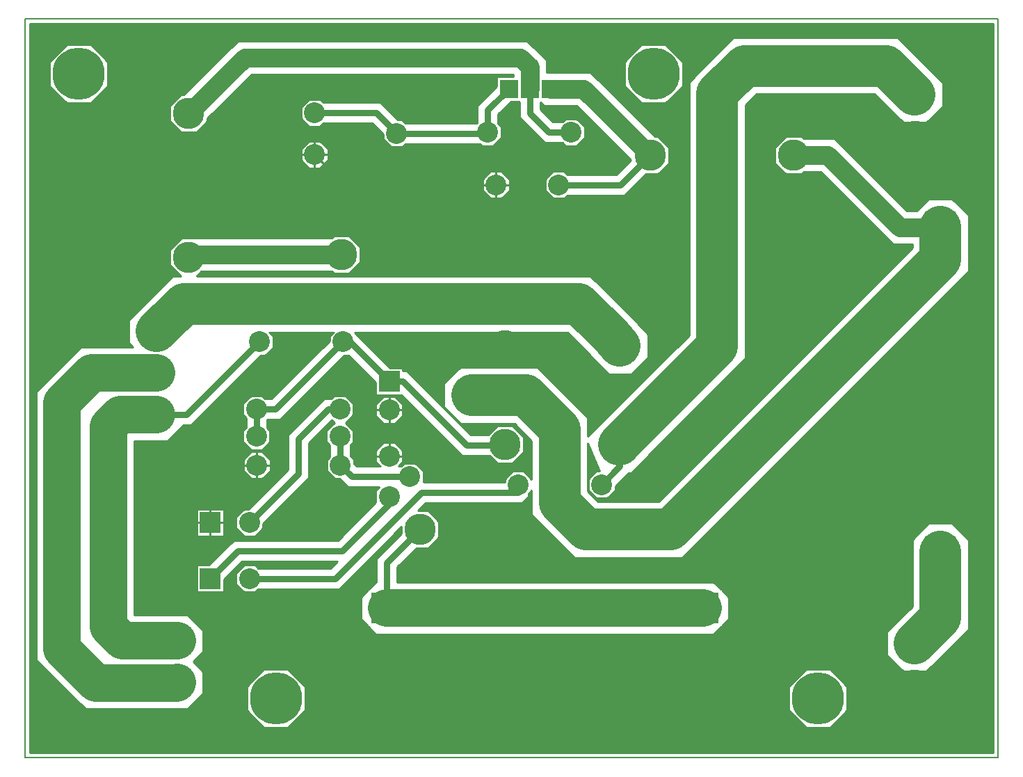
<source format=gbr>
G04 PROTEUS RS274X GERBER FILE*
%FSLAX45Y45*%
%MOMM*%
G01*
%ADD17C,0.254000*%
%ADD18C,4.572000*%
%ADD19C,0.762000*%
%ADD70C,5.080000*%
%ADD71C,2.286000*%
%ADD10C,3.810000*%
%ADD11R,2.540000X2.540000*%
%ADD12C,2.540000*%
%ADD13R,2.286000X2.286000*%
%ADD14R,3.810000X3.810000*%
%ADD15C,6.350000*%
%ADD16C,0.203200*%
G36*
X+5429040Y-4360000D02*
X-6290000Y-4360000D01*
X-6290000Y+4509040D01*
X+5429040Y+4509040D01*
X+5429040Y-4360000D01*
G37*
%LPC*%
G36*
X-2271401Y+1794689D02*
X-2271401Y+1605311D01*
X-2405311Y+1471401D01*
X-2594689Y+1471401D01*
X-2620089Y+1496801D01*
X-4209911Y+1496801D01*
X-4263813Y+1442899D01*
X+532710Y+1442899D01*
X+1021451Y+954158D01*
X+1232899Y+732033D01*
X+1232899Y+447967D01*
X+1032033Y+247101D01*
X+747967Y+247101D01*
X+547101Y+447967D01*
X+521917Y+483828D01*
X+248644Y+757101D01*
X-2337499Y+757101D01*
X-1905497Y+325099D01*
X-1754901Y+325099D01*
X-1754901Y+286999D01*
X-1702494Y+286999D01*
X-927436Y-488059D01*
X-711347Y-488059D01*
X-604689Y-381401D01*
X-415311Y-381401D01*
X-281401Y-515311D01*
X-281401Y-704689D01*
X-415311Y-838599D01*
X-604689Y-838599D01*
X-701231Y-742057D01*
X-1032642Y-742057D01*
X-1769600Y-5099D01*
X-2085099Y-5099D01*
X-2085099Y+145497D01*
X-2414503Y+474901D01*
X-2466299Y+474901D01*
X-3248199Y-306999D01*
X-3409001Y-306999D01*
X-3409001Y-403514D01*
X-3370901Y-441614D01*
X-3370901Y-578386D01*
X-3467614Y-675099D01*
X-3604386Y-675099D01*
X-3701099Y-578386D01*
X-3701099Y-441614D01*
X-3662999Y-403514D01*
X-3662999Y-286486D01*
X-3701099Y-248386D01*
X-3701099Y-111614D01*
X-3604386Y-14901D01*
X-3467614Y-14901D01*
X-3429514Y-53001D01*
X-3353405Y-53001D01*
X-2645901Y+654503D01*
X-2645901Y+708386D01*
X-2597186Y+757101D01*
X-3380418Y+757101D01*
X-3331703Y+708386D01*
X-3331703Y+571614D01*
X-3428416Y+474901D01*
X-3482299Y+474901D01*
X-4332199Y-374999D01*
X-4432501Y-374999D01*
X-4432501Y-379512D01*
X-4618488Y-565499D01*
X-5020170Y-565499D01*
X-5020170Y-2682501D01*
X-4368488Y-2682501D01*
X-4182501Y-2868488D01*
X-4182501Y-3131512D01*
X-4304990Y-3254000D01*
X-4182502Y-3376488D01*
X-4182502Y-3639512D01*
X-4372109Y-3829119D01*
X-5619891Y-3829119D01*
X-6217499Y-3231511D01*
X-6217499Y+31511D01*
X-5671511Y+577499D01*
X-5044431Y+577499D01*
X-5092899Y+625967D01*
X-5092899Y+910033D01*
X-4560033Y+1442899D01*
X-4456187Y+1442899D01*
X-4588599Y+1575311D01*
X-4588599Y+1764689D01*
X-4454689Y+1898599D01*
X-4448767Y+1898599D01*
X-4444167Y+1903199D01*
X-2620089Y+1903199D01*
X-2594689Y+1928599D01*
X-2405311Y+1928599D01*
X-2271401Y+1794689D01*
G37*
G36*
X-4826200Y-787563D02*
X-4826200Y-724437D01*
X-4781563Y-679800D01*
X-4718437Y-679800D01*
X-4673800Y-724437D01*
X-4673800Y-787563D01*
X-4718437Y-832200D01*
X-4781563Y-832200D01*
X-4826200Y-787563D01*
G37*
G36*
X-2085099Y-258386D02*
X-2085099Y-121614D01*
X-1988386Y-24901D01*
X-1851614Y-24901D01*
X-1754901Y-121614D01*
X-1754901Y-258386D01*
X-1851614Y-355099D01*
X-1988386Y-355099D01*
X-2085099Y-258386D01*
G37*
G36*
X-180952Y+4243683D02*
X-6801Y+4069532D01*
X-6801Y+3923199D01*
X+529866Y+3923199D01*
X+1314466Y+3138599D01*
X+1350388Y+3138599D01*
X+1484298Y+3004689D01*
X+1484298Y+2815311D01*
X+1350388Y+2681401D01*
X+1206702Y+2681401D01*
X+948302Y+2423001D01*
X+248486Y+2423001D01*
X+210386Y+2384901D01*
X+73614Y+2384901D01*
X-23099Y+2481614D01*
X-23099Y+2618386D01*
X+73614Y+2715099D01*
X+210386Y+2715099D01*
X+248486Y+2676999D01*
X+843096Y+2676999D01*
X+1022215Y+2856118D01*
X+361532Y+3516801D01*
X-40168Y+3516801D01*
X-83000Y+3559633D01*
X-83001Y+3559632D01*
X-83001Y+3474315D01*
X+74861Y+3316453D01*
X+188968Y+3316453D01*
X+227614Y+3355099D01*
X+364386Y+3355099D01*
X+461099Y+3258386D01*
X+461099Y+3121614D01*
X+364386Y+3024901D01*
X+227614Y+3024901D01*
X+190060Y+3062455D01*
X-30345Y+3062455D01*
X-336999Y+3369109D01*
X-336999Y+3559632D01*
X-344968Y+3567601D01*
X-436797Y+3567601D01*
X-593001Y+3411397D01*
X-593001Y+3296486D01*
X-554901Y+3258386D01*
X-554901Y+3121614D01*
X-651614Y+3024901D01*
X-788386Y+3024901D01*
X-815639Y+3052154D01*
X-1723514Y+3052154D01*
X-1761614Y+3014054D01*
X-1898386Y+3014054D01*
X-1995099Y+3110767D01*
X-1995099Y+3166344D01*
X-2130909Y+3302154D01*
X-2721506Y+3302154D01*
X-2759606Y+3264054D01*
X-2896378Y+3264054D01*
X-2993091Y+3360767D01*
X-2993091Y+3497539D01*
X-2896378Y+3594252D01*
X-2759606Y+3594252D01*
X-2721506Y+3556152D01*
X-2025703Y+3556152D01*
X-1813803Y+3344252D01*
X-1761614Y+3344252D01*
X-1723514Y+3306152D01*
X-846999Y+3306152D01*
X-846999Y+3516603D01*
X-616399Y+3747203D01*
X-616399Y+3872399D01*
X-413199Y+3872399D01*
X-413199Y+3896801D01*
X-3595833Y+3896801D01*
X-4131401Y+3361233D01*
X-4131401Y+3325311D01*
X-4265311Y+3191401D01*
X-4454689Y+3191401D01*
X-4588599Y+3325311D01*
X-4588599Y+3514689D01*
X-4454689Y+3648599D01*
X-4418767Y+3648599D01*
X-3764167Y+4303199D01*
X-240468Y+4303199D01*
X-180952Y+4243683D01*
G37*
G36*
X-586200Y+558437D02*
X-586200Y+621563D01*
X-541563Y+666200D01*
X-478437Y+666200D01*
X-433800Y+621563D01*
X-433800Y+558437D01*
X-478437Y+513800D01*
X-541563Y+513800D01*
X-586200Y+558437D01*
G37*
G36*
X+4622033Y+3992899D02*
X+4822899Y+3792033D01*
X+4822899Y+3507967D01*
X+4622033Y+3307101D01*
X+4337967Y+3307101D01*
X+3987967Y+3657101D01*
X+2550841Y+3657101D01*
X+2414899Y+3521159D01*
X+2414899Y+439967D01*
X+1232899Y-742033D01*
X+1232899Y-752033D01*
X+1032033Y-952899D01*
X+992703Y-952899D01*
X+831099Y-1114503D01*
X+831099Y-1168386D01*
X+734386Y-1265099D01*
X+597614Y-1265099D01*
X+500901Y-1168386D01*
X+500901Y-1031614D01*
X+597614Y-934901D01*
X+643428Y-934901D01*
X+500745Y-590436D01*
X+500745Y-1180159D01*
X+621712Y-1301126D01*
X+1361942Y-1301126D01*
X+4447101Y+1784033D01*
X+4447101Y+1827372D01*
X+4211356Y+1827372D01*
X+3331927Y+2706801D01*
X+3125788Y+2706801D01*
X+3100388Y+2681401D01*
X+2911010Y+2681401D01*
X+2777100Y+2815311D01*
X+2777100Y+3004689D01*
X+2911010Y+3138599D01*
X+3100388Y+3138599D01*
X+3125788Y+3113199D01*
X+3500261Y+3113199D01*
X+4379690Y+2233770D01*
X+4498838Y+2233770D01*
X+4647967Y+2382899D01*
X+4932033Y+2382899D01*
X+5132899Y+2182033D01*
X+5132899Y+1499967D01*
X+1646008Y-1986924D01*
X+337646Y-1986924D01*
X-185053Y-1464225D01*
X-185053Y-1168538D01*
X-223002Y-1206487D01*
X-223002Y-1242605D01*
X-297396Y-1316999D01*
X-1477397Y-1316999D01*
X-1571799Y-1411401D01*
X-1445311Y-1411401D01*
X-1311401Y-1545311D01*
X-1311401Y-1734689D01*
X-1445311Y-1868599D01*
X-1588997Y-1868599D01*
X-1823001Y-2102603D01*
X-1823001Y-2282501D01*
X+2031512Y-2282501D01*
X+2120412Y-2371401D01*
X+2128599Y-2371401D01*
X+2128599Y-2379588D01*
X+2217499Y-2468488D01*
X+2217499Y-2731512D01*
X+2128599Y-2820412D01*
X+2128599Y-2828599D01*
X+2120412Y-2828599D01*
X+2031512Y-2917499D01*
X-2081512Y-2917499D01*
X-2170412Y-2828599D01*
X-2178599Y-2828599D01*
X-2178599Y-2820412D01*
X-2267499Y-2731512D01*
X-2267499Y-2468488D01*
X-2178599Y-2379588D01*
X-2178599Y-2371401D01*
X-2170412Y-2371401D01*
X-2081512Y-2282501D01*
X-2076999Y-2282501D01*
X-2076999Y-1997397D01*
X-1768599Y-1688997D01*
X-1768599Y-1608201D01*
X-2527397Y-2366999D01*
X-3513514Y-2366999D01*
X-3551614Y-2405099D01*
X-3688386Y-2405099D01*
X-3785099Y-2308386D01*
X-3785099Y-2171614D01*
X-3688386Y-2074901D01*
X-3551614Y-2074901D01*
X-3513514Y-2113001D01*
X-2632603Y-2113001D01*
X-2548120Y-2028518D01*
X-3708916Y-2028518D01*
X-3934901Y-2254503D01*
X-3934901Y-2405099D01*
X-4265099Y-2405099D01*
X-4265099Y-2074901D01*
X-4114503Y-2074901D01*
X-3814124Y-1774522D01*
X-2541124Y-1774522D01*
X-2081544Y-1314942D01*
X-2085099Y-1311386D01*
X-2085099Y-1174614D01*
X-2040484Y-1129999D01*
X-2423603Y-1129999D01*
X-2528503Y-1025099D01*
X-2582386Y-1025099D01*
X-2679099Y-928386D01*
X-2679099Y-791614D01*
X-2646999Y-759514D01*
X-2646999Y-616486D01*
X-2685099Y-578386D01*
X-2685099Y-441614D01*
X-2588485Y-345000D01*
X-2616489Y-316996D01*
X-2895978Y-596485D01*
X-2895978Y-1015580D01*
X-3454901Y-1574503D01*
X-3454901Y-1628386D01*
X-3551614Y-1725099D01*
X-3688386Y-1725099D01*
X-3785099Y-1628386D01*
X-3785099Y-1491614D01*
X-3688386Y-1394901D01*
X-3634503Y-1394901D01*
X-3149976Y-910374D01*
X-3149976Y-491279D01*
X-2711699Y-53002D01*
X-2626487Y-53002D01*
X-2588386Y-14901D01*
X-2451614Y-14901D01*
X-2354901Y-111614D01*
X-2354901Y-248386D01*
X-2451515Y-345000D01*
X-2354901Y-441614D01*
X-2354901Y-578386D01*
X-2393001Y-616486D01*
X-2393001Y-747514D01*
X-2348901Y-791614D01*
X-2348901Y-845497D01*
X-2318397Y-876001D01*
X-2030484Y-876001D01*
X-2085099Y-821386D01*
X-2085099Y-684614D01*
X-1988386Y-587901D01*
X-1851614Y-587901D01*
X-1754901Y-684614D01*
X-1754901Y-821386D01*
X-1809516Y-876001D01*
X-1776486Y-876001D01*
X-1738386Y-837901D01*
X-1601614Y-837901D01*
X-1504901Y-934614D01*
X-1504901Y-1063001D01*
X-515099Y-1063001D01*
X-515099Y-1031614D01*
X-418386Y-934901D01*
X-281614Y-934901D01*
X-185053Y-1031462D01*
X-185053Y-563096D01*
X-395250Y-352899D01*
X-1052033Y-352899D01*
X-1252899Y-152033D01*
X-1252899Y+132033D01*
X-1052033Y+332899D01*
X-111184Y+332899D01*
X+500745Y-279030D01*
X+500745Y-504323D01*
X+1729101Y+724033D01*
X+1729101Y+3805225D01*
X+2266775Y+4342899D01*
X+4272033Y+4342899D01*
X+4622033Y+3992899D01*
G37*
G36*
X-2026200Y-3381563D02*
X-2026200Y-3318437D01*
X-1981563Y-3273800D01*
X-1918437Y-3273800D01*
X-1873800Y-3318437D01*
X-1873800Y-3381563D01*
X-1918437Y-3426200D01*
X-1981563Y-3426200D01*
X-2026200Y-3381563D01*
G37*
G36*
X-76200Y-3381563D02*
X-76200Y-3318437D01*
X-31563Y-3273800D01*
X+31563Y-3273800D01*
X+76200Y-3318437D01*
X+76200Y-3381563D01*
X+31563Y-3426200D01*
X-31563Y-3426200D01*
X-76200Y-3381563D01*
G37*
G36*
X+1823800Y-3381563D02*
X+1823800Y-3318437D01*
X+1868437Y-3273800D01*
X+1931563Y-3273800D01*
X+1976200Y-3318437D01*
X+1976200Y-3381563D01*
X+1931563Y-3426200D01*
X+1868437Y-3426200D01*
X+1823800Y-3381563D01*
G37*
G36*
X+4408276Y+3105961D02*
X+4408276Y+3169087D01*
X+4452913Y+3213724D01*
X+4516039Y+3213724D01*
X+4560676Y+3169087D01*
X+4560676Y+3105961D01*
X+4516039Y+3061324D01*
X+4452913Y+3061324D01*
X+4408276Y+3105961D01*
G37*
G36*
X+2994750Y+2000546D02*
X+2994750Y+2079454D01*
X+3050546Y+2135250D01*
X+3129454Y+2135250D01*
X+3185250Y+2079454D01*
X+3185250Y+2000546D01*
X+3129454Y+1944750D01*
X+3050546Y+1944750D01*
X+2994750Y+2000546D01*
G37*
G36*
X+5132899Y-1767967D02*
X+5132899Y-2862033D01*
X+4622033Y-3372899D01*
X+4337967Y-3372899D01*
X+4137101Y-3172033D01*
X+4137101Y-2887967D01*
X+4447101Y-2577967D01*
X+4447101Y-1767967D01*
X+4647967Y-1567101D01*
X+4932033Y-1567101D01*
X+5132899Y-1767967D01*
G37*
G36*
X+2994750Y-1949454D02*
X+2994750Y-1870546D01*
X+3050546Y-1814750D01*
X+3129454Y-1814750D01*
X+3185250Y-1870546D01*
X+3185250Y-1949454D01*
X+3129454Y-2005250D01*
X+3050546Y-2005250D01*
X+2994750Y-1949454D01*
G37*
G36*
X+4403800Y-3569563D02*
X+4403800Y-3506437D01*
X+4448437Y-3461800D01*
X+4511563Y-3461800D01*
X+4556200Y-3506437D01*
X+4556200Y-3569563D01*
X+4511563Y-3614200D01*
X+4448437Y-3614200D01*
X+4403800Y-3569563D01*
G37*
G36*
X-2993091Y+2850767D02*
X-2993091Y+2987539D01*
X-2896378Y+3084252D01*
X-2759606Y+3084252D01*
X-2662893Y+2987539D01*
X-2662893Y+2850767D01*
X-2759606Y+2754054D01*
X-2896378Y+2754054D01*
X-2993091Y+2850767D01*
G37*
G36*
X-785099Y+2481614D02*
X-785099Y+2618386D01*
X-688386Y+2715099D01*
X-551614Y+2715099D01*
X-454901Y+2618386D01*
X-454901Y+2481614D01*
X-551614Y+2384901D01*
X-688386Y+2384901D01*
X-785099Y+2481614D01*
G37*
G36*
X-4265099Y-1394901D02*
X-3934901Y-1394901D01*
X-3934901Y-1725099D01*
X-4265099Y-1725099D01*
X-4265099Y-1394901D01*
G37*
G36*
X-3695099Y-928386D02*
X-3695099Y-791614D01*
X-3598386Y-694901D01*
X-3461614Y-694901D01*
X-3364901Y-791614D01*
X-3364901Y-928386D01*
X-3461614Y-1025099D01*
X-3598386Y-1025099D01*
X-3695099Y-928386D01*
G37*
G36*
X-6055599Y+3752706D02*
X-6055599Y+4047294D01*
X-5847294Y+4255599D01*
X-5552706Y+4255599D01*
X-5344401Y+4047294D01*
X-5344401Y+3752706D01*
X-5552706Y+3544401D01*
X-5847294Y+3544401D01*
X-6055599Y+3752706D01*
G37*
G36*
X+944401Y+3752706D02*
X+944401Y+4047294D01*
X+1152706Y+4255599D01*
X+1447294Y+4255599D01*
X+1655599Y+4047294D01*
X+1655599Y+3752706D01*
X+1447294Y+3544401D01*
X+1152706Y+3544401D01*
X+944401Y+3752706D01*
G37*
G36*
X+2944401Y-3847294D02*
X+2944401Y-3552706D01*
X+3152706Y-3344401D01*
X+3447294Y-3344401D01*
X+3655599Y-3552706D01*
X+3655599Y-3847294D01*
X+3447294Y-4055599D01*
X+3152706Y-4055599D01*
X+2944401Y-3847294D01*
G37*
G36*
X-3655599Y-3847294D02*
X-3655599Y-3552706D01*
X-3447294Y-3344401D01*
X-3152706Y-3344401D01*
X-2944401Y-3552706D01*
X-2944401Y-3847294D01*
X-3152706Y-4055599D01*
X-3447294Y-4055599D01*
X-3655599Y-3847294D01*
G37*
%LPD*%
D17*
X+4390000Y+3650000D02*
X+4480000Y+3650000D01*
X+4394476Y+3645524D02*
X+4480000Y+3645524D01*
X+4484476Y+3645524D01*
X+4394476Y+3645524D02*
X+4480000Y+3560000D01*
X+4480000Y+3645524D01*
X+4480000Y+3650000D01*
X-1829153Y+3180000D02*
X-1819153Y+3180000D01*
D18*
X-1950000Y-2600000D02*
X+0Y-2600000D01*
X+1900000Y-2600000D01*
D19*
X-720000Y+3190000D02*
X-720000Y+3464000D01*
X-464000Y+3720000D01*
X-210000Y+3720000D02*
X-210000Y+3421712D01*
X+22258Y+3189454D01*
X+295454Y+3189454D01*
X+296000Y+3190000D01*
D17*
X+4480000Y+3650000D02*
X+4484476Y+3645524D01*
X-1830000Y+3179153D02*
X-1829153Y+3180000D01*
X-1910704Y+169296D02*
X-1918436Y+169296D01*
X-1919267Y+168465D01*
X-1915401Y+164599D01*
X-1910704Y+169296D01*
D19*
X-1950000Y-2600000D02*
X-1950000Y-2050000D01*
X-1540000Y-1640000D01*
D70*
X+4480000Y-3030000D02*
X+4790000Y-2720000D01*
X+4790000Y-1910000D01*
D19*
X-2827992Y+3429153D02*
X-2078306Y+3429153D01*
X-1829153Y+3180000D01*
X-1830000Y+3179153D02*
X-730847Y+3179153D01*
X-720000Y+3190000D01*
D17*
X-1919738Y+163024D02*
X-1916976Y+163024D01*
X-1913826Y+163024D01*
X-1910802Y+160000D01*
X-1920000Y+160000D02*
X-1916976Y+163024D01*
X-1915401Y+164599D01*
X-1919267Y+168465D02*
X-1919738Y+163024D01*
X-1920000Y+160000D01*
X-1915401Y+164599D02*
X-1913826Y+163024D01*
D19*
X-2520000Y-510000D02*
X-2520000Y-854000D01*
X-2514000Y-860000D01*
X-3536000Y-180000D02*
X-3536000Y-510000D01*
X-2514000Y-860000D02*
X-2371000Y-1003000D01*
X-1670000Y-1003000D01*
D17*
X-1920000Y+160000D02*
X-1910802Y+160000D01*
D19*
X-1755097Y+160000D01*
X-980039Y-615058D01*
X-515058Y-615058D01*
X-510000Y-610000D01*
X-3536000Y-180000D02*
X-3300802Y-180000D01*
X-2480802Y+640000D01*
X-2400000Y+640000D01*
X-1920000Y+160000D01*
D71*
X-4360000Y+3420000D02*
X-3680000Y+4100000D01*
X-324635Y+4100000D01*
X-210000Y+3985365D01*
X-210000Y+3720000D01*
D70*
X-910000Y-10000D02*
X-253217Y-10000D01*
X+157846Y-421063D01*
X+157846Y-1322192D01*
X+479679Y-1644025D01*
X+1503975Y-1644025D01*
X+1508000Y-1640000D01*
D19*
X+666000Y-1100000D02*
X+890000Y-876000D01*
X+890000Y-610000D01*
D70*
X-4750000Y+768000D02*
X-4418000Y+1100000D01*
X+390677Y+1100000D01*
X+773677Y+717000D01*
X+890000Y+590000D01*
D18*
X-4750000Y-248000D02*
X-5195885Y-248000D01*
X-5220894Y-273009D01*
X-5337669Y-389784D01*
X-5337669Y-2828509D01*
X-5166178Y-3000000D01*
X-5106178Y-3000000D01*
X-4500000Y-3000000D02*
X-5106178Y-3000000D01*
D19*
X-4750000Y-248000D02*
X-4384802Y-248000D01*
X-3496802Y+640000D01*
D18*
X-4750000Y+260000D02*
X-5540000Y+260000D01*
X-5900000Y-100000D01*
X-5900000Y-3100000D01*
X-5488380Y-3511620D01*
X-4503620Y-3511620D01*
X-4500000Y-3508000D01*
D70*
X+890000Y-610000D02*
X+880000Y-610000D01*
X+2072000Y+582000D01*
X+2072000Y+1700000D01*
X+2072000Y+3663192D01*
X+2408808Y+4000000D01*
X+4130000Y+4000000D01*
X+4480000Y+3650000D01*
D71*
X-4360000Y+1670000D02*
X-4360000Y+1700000D01*
X-2500000Y+1700000D01*
D19*
X-4100000Y-2240000D02*
X-3761520Y-1901520D01*
X-2488520Y-1901520D01*
X-1920000Y-1333000D01*
X-1920000Y-1243000D01*
X-3620000Y-2240000D02*
X-2580000Y-2240000D01*
X-1530000Y-1190000D01*
X-350000Y-1190000D01*
X-350000Y-1100000D01*
X-3620000Y-1560000D02*
X-3022977Y-962977D01*
X-3022977Y-543882D01*
X-2659095Y-180000D01*
X-2520000Y-180000D01*
X+142000Y+2550000D02*
X+895699Y+2550000D01*
X+1255699Y+2910000D01*
D71*
X+44000Y+3720000D02*
X+445699Y+3720000D01*
X+1255699Y+2910000D01*
D17*
X-2827992Y+2919153D02*
X-2458839Y+2550000D01*
X-620000Y+2550000D01*
D70*
X+1508000Y-1640000D02*
X+4790000Y+1642000D01*
X+4790000Y+2040000D01*
D71*
X+3005699Y+2910000D02*
X+3416094Y+2910000D01*
X+4295523Y+2030571D01*
X+4780571Y+2030571D01*
X+4790000Y+2040000D01*
D17*
X+5429040Y-4360000D02*
X-6290000Y-4360000D01*
X-6290000Y+4509040D01*
X+5429040Y+4509040D01*
X+5429040Y-4360000D01*
X-2271401Y+1794689D02*
X-2271401Y+1605311D01*
X-2405311Y+1471401D01*
X-2594689Y+1471401D01*
X-2620089Y+1496801D01*
X-4209911Y+1496801D01*
X-4263813Y+1442899D01*
X+532710Y+1442899D01*
X+1021451Y+954158D01*
X+1232899Y+732033D01*
X+1232899Y+447967D01*
X+1032033Y+247101D01*
X+747967Y+247101D01*
X+547101Y+447967D01*
X+521917Y+483828D01*
X+248644Y+757101D01*
X-2337499Y+757101D01*
X-1905497Y+325099D01*
X-1754901Y+325099D01*
X-1754901Y+286999D01*
X-1702494Y+286999D01*
X-927436Y-488059D01*
X-711347Y-488059D01*
X-604689Y-381401D01*
X-415311Y-381401D01*
X-281401Y-515311D01*
X-281401Y-704689D01*
X-415311Y-838599D01*
X-604689Y-838599D01*
X-701231Y-742057D01*
X-1032642Y-742057D01*
X-1769600Y-5099D01*
X-2085099Y-5099D01*
X-2085099Y+145497D01*
X-2414503Y+474901D01*
X-2466299Y+474901D01*
X-3248199Y-306999D01*
X-3409001Y-306999D01*
X-3409001Y-403514D01*
X-3370901Y-441614D01*
X-3370901Y-578386D01*
X-3467614Y-675099D01*
X-3604386Y-675099D01*
X-3701099Y-578386D01*
X-3701099Y-441614D01*
X-3662999Y-403514D01*
X-3662999Y-286486D01*
X-3701099Y-248386D01*
X-3701099Y-111614D01*
X-3604386Y-14901D01*
X-3467614Y-14901D01*
X-3429514Y-53001D01*
X-3353405Y-53001D01*
X-2645901Y+654503D01*
X-2645901Y+708386D01*
X-2597186Y+757101D01*
X-3380418Y+757101D01*
X-3331703Y+708386D01*
X-3331703Y+571614D01*
X-3428416Y+474901D01*
X-3482299Y+474901D01*
X-4332199Y-374999D01*
X-4432501Y-374999D01*
X-4432501Y-379512D01*
X-4618488Y-565499D01*
X-5020170Y-565499D01*
X-5020170Y-2682501D01*
X-4368488Y-2682501D01*
X-4182501Y-2868488D01*
X-4182501Y-3131512D01*
X-4304990Y-3254000D01*
X-4182502Y-3376488D01*
X-4182502Y-3639512D01*
X-4372109Y-3829119D01*
X-5619891Y-3829119D01*
X-6217499Y-3231511D01*
X-6217499Y+31511D01*
X-5671511Y+577499D01*
X-5044431Y+577499D01*
X-5092899Y+625967D01*
X-5092899Y+910033D01*
X-4560033Y+1442899D01*
X-4456187Y+1442899D01*
X-4588599Y+1575311D01*
X-4588599Y+1764689D01*
X-4454689Y+1898599D01*
X-4448767Y+1898599D01*
X-4444167Y+1903199D01*
X-2620089Y+1903199D01*
X-2594689Y+1928599D01*
X-2405311Y+1928599D01*
X-2271401Y+1794689D01*
X-4826200Y-787563D02*
X-4826200Y-724437D01*
X-4781563Y-679800D01*
X-4718437Y-679800D01*
X-4673800Y-724437D01*
X-4673800Y-787563D01*
X-4718437Y-832200D01*
X-4781563Y-832200D01*
X-4826200Y-787563D01*
X-2085099Y-258386D02*
X-2085099Y-121614D01*
X-1988386Y-24901D01*
X-1851614Y-24901D01*
X-1754901Y-121614D01*
X-1754901Y-258386D01*
X-1851614Y-355099D01*
X-1988386Y-355099D01*
X-2085099Y-258386D01*
X-180952Y+4243683D02*
X-6801Y+4069532D01*
X-6801Y+3923199D01*
X+529866Y+3923199D01*
X+1314466Y+3138599D01*
X+1350388Y+3138599D01*
X+1484298Y+3004689D01*
X+1484298Y+2815311D01*
X+1350388Y+2681401D01*
X+1206702Y+2681401D01*
X+948302Y+2423001D01*
X+248486Y+2423001D01*
X+210386Y+2384901D01*
X+73614Y+2384901D01*
X-23099Y+2481614D01*
X-23099Y+2618386D01*
X+73614Y+2715099D01*
X+210386Y+2715099D01*
X+248486Y+2676999D01*
X+843096Y+2676999D01*
X+1022215Y+2856118D01*
X+361532Y+3516801D01*
X-40168Y+3516801D01*
X-83000Y+3559633D01*
X-83001Y+3559632D01*
X-83001Y+3474315D01*
X+74861Y+3316453D01*
X+188968Y+3316453D01*
X+227614Y+3355099D01*
X+364386Y+3355099D01*
X+461099Y+3258386D01*
X+461099Y+3121614D01*
X+364386Y+3024901D01*
X+227614Y+3024901D01*
X+190060Y+3062455D01*
X-30345Y+3062455D01*
X-336999Y+3369109D01*
X-336999Y+3559632D01*
X-344968Y+3567601D01*
X-436797Y+3567601D01*
X-593001Y+3411397D01*
X-593001Y+3296486D01*
X-554901Y+3258386D01*
X-554901Y+3121614D01*
X-651614Y+3024901D01*
X-788386Y+3024901D01*
X-815639Y+3052154D01*
X-1723514Y+3052154D01*
X-1761614Y+3014054D01*
X-1898386Y+3014054D01*
X-1995099Y+3110767D01*
X-1995099Y+3166344D01*
X-2130909Y+3302154D01*
X-2721506Y+3302154D01*
X-2759606Y+3264054D01*
X-2896378Y+3264054D01*
X-2993091Y+3360767D01*
X-2993091Y+3497539D01*
X-2896378Y+3594252D01*
X-2759606Y+3594252D01*
X-2721506Y+3556152D01*
X-2025703Y+3556152D01*
X-1813803Y+3344252D01*
X-1761614Y+3344252D01*
X-1723514Y+3306152D01*
X-846999Y+3306152D01*
X-846999Y+3516603D01*
X-616399Y+3747203D01*
X-616399Y+3872399D01*
X-413199Y+3872399D01*
X-413199Y+3896801D01*
X-3595833Y+3896801D01*
X-4131401Y+3361233D01*
X-4131401Y+3325311D01*
X-4265311Y+3191401D01*
X-4454689Y+3191401D01*
X-4588599Y+3325311D01*
X-4588599Y+3514689D01*
X-4454689Y+3648599D01*
X-4418767Y+3648599D01*
X-3764167Y+4303199D01*
X-240468Y+4303199D01*
X-180952Y+4243683D01*
X-586200Y+558437D02*
X-586200Y+621563D01*
X-541563Y+666200D01*
X-478437Y+666200D01*
X-433800Y+621563D01*
X-433800Y+558437D01*
X-478437Y+513800D01*
X-541563Y+513800D01*
X-586200Y+558437D01*
X+4622033Y+3992899D02*
X+4822899Y+3792033D01*
X+4822899Y+3507967D01*
X+4622033Y+3307101D01*
X+4337967Y+3307101D01*
X+3987967Y+3657101D01*
X+2550841Y+3657101D01*
X+2414899Y+3521159D01*
X+2414899Y+439967D01*
X+1232899Y-742033D01*
X+1232899Y-752033D01*
X+1032033Y-952899D01*
X+992703Y-952899D01*
X+831099Y-1114503D01*
X+831099Y-1168386D01*
X+734386Y-1265099D01*
X+597614Y-1265099D01*
X+500901Y-1168386D01*
X+500901Y-1031614D01*
X+597614Y-934901D01*
X+643428Y-934901D01*
X+500745Y-590436D01*
X+500745Y-1180159D01*
X+621712Y-1301126D01*
X+1361942Y-1301126D01*
X+4447101Y+1784033D01*
X+4447101Y+1827372D01*
X+4211356Y+1827372D01*
X+3331927Y+2706801D01*
X+3125788Y+2706801D01*
X+3100388Y+2681401D01*
X+2911010Y+2681401D01*
X+2777100Y+2815311D01*
X+2777100Y+3004689D01*
X+2911010Y+3138599D01*
X+3100388Y+3138599D01*
X+3125788Y+3113199D01*
X+3500261Y+3113199D01*
X+4379690Y+2233770D01*
X+4498838Y+2233770D01*
X+4647967Y+2382899D01*
X+4932033Y+2382899D01*
X+5132899Y+2182033D01*
X+5132899Y+1499967D01*
X+1646008Y-1986924D01*
X+337646Y-1986924D01*
X-185053Y-1464225D01*
X-185053Y-1168538D01*
X-223002Y-1206487D01*
X-223002Y-1242605D01*
X-297396Y-1316999D01*
X-1477397Y-1316999D01*
X-1571799Y-1411401D01*
X-1445311Y-1411401D01*
X-1311401Y-1545311D01*
X-1311401Y-1734689D01*
X-1445311Y-1868599D01*
X-1588997Y-1868599D01*
X-1823001Y-2102603D01*
X-1823001Y-2282501D01*
X+2031512Y-2282501D01*
X+2120412Y-2371401D01*
X+2128599Y-2371401D01*
X+2128599Y-2379588D01*
X+2217499Y-2468488D01*
X+2217499Y-2731512D01*
X+2128599Y-2820412D01*
X+2128599Y-2828599D01*
X+2120412Y-2828599D01*
X+2031512Y-2917499D01*
X-2081512Y-2917499D01*
X-2170412Y-2828599D01*
X-2178599Y-2828599D01*
X-2178599Y-2820412D01*
X-2267499Y-2731512D01*
X-2267499Y-2468488D01*
X-2178599Y-2379588D01*
X-2178599Y-2371401D01*
X-2170412Y-2371401D01*
X-2081512Y-2282501D01*
X-2076999Y-2282501D01*
X-2076999Y-1997397D01*
X-1768599Y-1688997D01*
X-1768599Y-1608201D01*
X-2527397Y-2366999D01*
X-3513514Y-2366999D01*
X-3551614Y-2405099D01*
X-3688386Y-2405099D01*
X-3785099Y-2308386D01*
X-3785099Y-2171614D01*
X-3688386Y-2074901D01*
X-3551614Y-2074901D01*
X-3513514Y-2113001D01*
X-2632603Y-2113001D01*
X-2548120Y-2028518D01*
X-3708916Y-2028518D01*
X-3934901Y-2254503D01*
X-3934901Y-2405099D01*
X-4265099Y-2405099D01*
X-4265099Y-2074901D01*
X-4114503Y-2074901D01*
X-3814124Y-1774522D01*
X-2541124Y-1774522D01*
X-2081544Y-1314942D01*
X-2085099Y-1311386D01*
X-2085099Y-1174614D01*
X-2040484Y-1129999D01*
X-2423603Y-1129999D01*
X-2528503Y-1025099D01*
X-2582386Y-1025099D01*
X-2679099Y-928386D01*
X-2679099Y-791614D01*
X-2646999Y-759514D01*
X-2646999Y-616486D01*
X-2685099Y-578386D01*
X-2685099Y-441614D01*
X-2588485Y-345000D01*
X-2616489Y-316996D01*
X-2895978Y-596485D01*
X-2895978Y-1015580D01*
X-3454901Y-1574503D01*
X-3454901Y-1628386D01*
X-3551614Y-1725099D01*
X-3688386Y-1725099D01*
X-3785099Y-1628386D01*
X-3785099Y-1491614D01*
X-3688386Y-1394901D01*
X-3634503Y-1394901D01*
X-3149976Y-910374D01*
X-3149976Y-491279D01*
X-2711699Y-53002D01*
X-2626487Y-53002D01*
X-2588386Y-14901D01*
X-2451614Y-14901D01*
X-2354901Y-111614D01*
X-2354901Y-248386D01*
X-2451515Y-345000D01*
X-2354901Y-441614D01*
X-2354901Y-578386D01*
X-2393001Y-616486D01*
X-2393001Y-747514D01*
X-2348901Y-791614D01*
X-2348901Y-845497D01*
X-2318397Y-876001D01*
X-2030484Y-876001D01*
X-2085099Y-821386D01*
X-2085099Y-684614D01*
X-1988386Y-587901D01*
X-1851614Y-587901D01*
X-1754901Y-684614D01*
X-1754901Y-821386D01*
X-1809516Y-876001D01*
X-1776486Y-876001D01*
X-1738386Y-837901D01*
X-1601614Y-837901D01*
X-1504901Y-934614D01*
X-1504901Y-1063001D01*
X-515099Y-1063001D01*
X-515099Y-1031614D01*
X-418386Y-934901D01*
X-281614Y-934901D01*
X-185053Y-1031462D01*
X-185053Y-563096D01*
X-395250Y-352899D01*
X-1052033Y-352899D01*
X-1252899Y-152033D01*
X-1252899Y+132033D01*
X-1052033Y+332899D01*
X-111184Y+332899D01*
X+500745Y-279030D01*
X+500745Y-504323D01*
X+1729101Y+724033D01*
X+1729101Y+3805225D01*
X+2266775Y+4342899D01*
X+4272033Y+4342899D01*
X+4622033Y+3992899D01*
X-2026200Y-3381563D02*
X-2026200Y-3318437D01*
X-1981563Y-3273800D01*
X-1918437Y-3273800D01*
X-1873800Y-3318437D01*
X-1873800Y-3381563D01*
X-1918437Y-3426200D01*
X-1981563Y-3426200D01*
X-2026200Y-3381563D01*
X-76200Y-3381563D02*
X-76200Y-3318437D01*
X-31563Y-3273800D01*
X+31563Y-3273800D01*
X+76200Y-3318437D01*
X+76200Y-3381563D01*
X+31563Y-3426200D01*
X-31563Y-3426200D01*
X-76200Y-3381563D01*
X+1823800Y-3381563D02*
X+1823800Y-3318437D01*
X+1868437Y-3273800D01*
X+1931563Y-3273800D01*
X+1976200Y-3318437D01*
X+1976200Y-3381563D01*
X+1931563Y-3426200D01*
X+1868437Y-3426200D01*
X+1823800Y-3381563D01*
X+4408276Y+3105961D02*
X+4408276Y+3169087D01*
X+4452913Y+3213724D01*
X+4516039Y+3213724D01*
X+4560676Y+3169087D01*
X+4560676Y+3105961D01*
X+4516039Y+3061324D01*
X+4452913Y+3061324D01*
X+4408276Y+3105961D01*
X+2994750Y+2000546D02*
X+2994750Y+2079454D01*
X+3050546Y+2135250D01*
X+3129454Y+2135250D01*
X+3185250Y+2079454D01*
X+3185250Y+2000546D01*
X+3129454Y+1944750D01*
X+3050546Y+1944750D01*
X+2994750Y+2000546D01*
X+5132899Y-1767967D02*
X+5132899Y-2862033D01*
X+4622033Y-3372899D01*
X+4337967Y-3372899D01*
X+4137101Y-3172033D01*
X+4137101Y-2887967D01*
X+4447101Y-2577967D01*
X+4447101Y-1767967D01*
X+4647967Y-1567101D01*
X+4932033Y-1567101D01*
X+5132899Y-1767967D01*
X+2994750Y-1949454D02*
X+2994750Y-1870546D01*
X+3050546Y-1814750D01*
X+3129454Y-1814750D01*
X+3185250Y-1870546D01*
X+3185250Y-1949454D01*
X+3129454Y-2005250D01*
X+3050546Y-2005250D01*
X+2994750Y-1949454D01*
X+4403800Y-3569563D02*
X+4403800Y-3506437D01*
X+4448437Y-3461800D01*
X+4511563Y-3461800D01*
X+4556200Y-3506437D01*
X+4556200Y-3569563D01*
X+4511563Y-3614200D01*
X+4448437Y-3614200D01*
X+4403800Y-3569563D01*
X-2993091Y+2850767D02*
X-2993091Y+2987539D01*
X-2896378Y+3084252D01*
X-2759606Y+3084252D01*
X-2662893Y+2987539D01*
X-2662893Y+2850767D01*
X-2759606Y+2754054D01*
X-2896378Y+2754054D01*
X-2993091Y+2850767D01*
X-785099Y+2481614D02*
X-785099Y+2618386D01*
X-688386Y+2715099D01*
X-551614Y+2715099D01*
X-454901Y+2618386D01*
X-454901Y+2481614D01*
X-551614Y+2384901D01*
X-688386Y+2384901D01*
X-785099Y+2481614D01*
X-4265099Y-1394901D02*
X-3934901Y-1394901D01*
X-3934901Y-1725099D01*
X-4265099Y-1725099D01*
X-4265099Y-1394901D01*
X-3695099Y-928386D02*
X-3695099Y-791614D01*
X-3598386Y-694901D01*
X-3461614Y-694901D01*
X-3364901Y-791614D01*
X-3364901Y-928386D01*
X-3461614Y-1025099D01*
X-3598386Y-1025099D01*
X-3695099Y-928386D01*
X-6055599Y+3752706D02*
X-6055599Y+4047294D01*
X-5847294Y+4255599D01*
X-5552706Y+4255599D01*
X-5344401Y+4047294D01*
X-5344401Y+3752706D01*
X-5552706Y+3544401D01*
X-5847294Y+3544401D01*
X-6055599Y+3752706D01*
X+944401Y+3752706D02*
X+944401Y+4047294D01*
X+1152706Y+4255599D01*
X+1447294Y+4255599D01*
X+1655599Y+4047294D01*
X+1655599Y+3752706D01*
X+1447294Y+3544401D01*
X+1152706Y+3544401D01*
X+944401Y+3752706D01*
X+2944401Y-3847294D02*
X+2944401Y-3552706D01*
X+3152706Y-3344401D01*
X+3447294Y-3344401D01*
X+3655599Y-3552706D01*
X+3655599Y-3847294D01*
X+3447294Y-4055599D01*
X+3152706Y-4055599D01*
X+2944401Y-3847294D01*
X-3655599Y-3847294D02*
X-3655599Y-3552706D01*
X-3447294Y-3344401D01*
X-3152706Y-3344401D01*
X-2944401Y-3552706D01*
X-2944401Y-3847294D01*
X-3152706Y-4055599D01*
X-3447294Y-4055599D01*
X-3655599Y-3847294D01*
X-2085099Y-190000D02*
X-1920000Y-190000D01*
X-1754901Y-190000D02*
X-1920000Y-190000D01*
X-1920000Y-355099D02*
X-1920000Y-190000D01*
X-1920000Y-24901D02*
X-1920000Y-190000D01*
X-2993091Y+2919153D02*
X-2827992Y+2919153D01*
X-2662893Y+2919153D02*
X-2827992Y+2919153D01*
X-2827992Y+2754054D02*
X-2827992Y+2919153D01*
X-2827992Y+3084252D02*
X-2827992Y+2919153D01*
X-785099Y+2550000D02*
X-620000Y+2550000D01*
X-454901Y+2550000D02*
X-620000Y+2550000D01*
X-620000Y+2384901D02*
X-620000Y+2550000D01*
X-620000Y+2715099D02*
X-620000Y+2550000D01*
X-4265099Y-1560000D02*
X-4100000Y-1560000D01*
X-3934901Y-1560000D02*
X-4100000Y-1560000D01*
X-4100000Y-1725099D02*
X-4100000Y-1560000D01*
X-4100000Y-1394901D02*
X-4100000Y-1560000D01*
X-3695099Y-860000D02*
X-3530000Y-860000D01*
X-3364901Y-860000D02*
X-3530000Y-860000D01*
X-3530000Y-1025099D02*
X-3530000Y-860000D01*
X-3530000Y-694901D02*
X-3530000Y-860000D01*
X-2085099Y-753000D02*
X-1920000Y-753000D01*
X-1754901Y-753000D02*
X-1920000Y-753000D01*
X-1920000Y-587901D02*
X-1920000Y-753000D01*
D10*
X-4750000Y+768000D03*
X-4750000Y-756000D03*
X-4750000Y+260000D03*
X-4750000Y-248000D03*
D11*
X-1920000Y+160000D03*
D12*
X-1920000Y-190000D03*
D13*
X-464000Y+3720000D03*
X-210000Y+3720000D03*
X+44000Y+3720000D03*
D12*
X-3496802Y+640000D03*
X-2480802Y+640000D03*
D10*
X-510000Y+590000D03*
X-510000Y-610000D03*
X-910000Y-10000D03*
X+890000Y-610000D03*
X+890000Y+590000D03*
X+3005699Y+2910000D03*
X+1255699Y+2910000D03*
X-4360000Y+3420000D03*
X-4360000Y+1670000D03*
D14*
X-1950000Y-2600000D03*
D10*
X-1950000Y-3350000D03*
D14*
X+0Y-2600000D03*
D10*
X+0Y-3350000D03*
D14*
X+1900000Y-2600000D03*
D10*
X+1900000Y-3350000D03*
X+4484476Y+3645524D03*
X+4484476Y+3137524D03*
X-4500000Y-3508000D03*
X-4500000Y-3000000D03*
D12*
X-720000Y+3190000D03*
X+296000Y+3190000D03*
D10*
X-2500000Y+1700000D03*
X+2072000Y+1700000D03*
X-1540000Y-1640000D03*
X+1508000Y-1640000D03*
D14*
X+4790000Y+2040000D03*
X+3090000Y+2040000D03*
X+4790000Y-1910000D03*
X+3090000Y-1910000D03*
D10*
X+4480000Y-3030000D03*
X+4480000Y-3538000D03*
D12*
X-2827992Y+2919153D03*
X-2827992Y+3429153D03*
X-1830000Y+3179153D03*
X-620000Y+2550000D03*
X+142000Y+2550000D03*
X-3620000Y-1560000D03*
D11*
X-4100000Y-1560000D03*
D12*
X-3620000Y-2240000D03*
D11*
X-4100000Y-2240000D03*
D12*
X-3536000Y-180000D03*
X-2520000Y-180000D03*
X-3536000Y-510000D03*
X-2520000Y-510000D03*
X-3530000Y-860000D03*
X-2514000Y-860000D03*
X-350000Y-1100000D03*
X+666000Y-1100000D03*
X-1920000Y-753000D03*
X-1670000Y-1003000D03*
X-1920000Y-1243000D03*
D15*
X-5700000Y+3900000D03*
X+1300000Y+3900000D03*
X+3300000Y-3700000D03*
X-3300000Y-3700000D03*
D16*
X-6350960Y-4420960D02*
X+5490000Y-4420960D01*
X+5490000Y+4570000D01*
X-6350960Y+4570000D01*
X-6350960Y-4420960D01*
M02*

</source>
